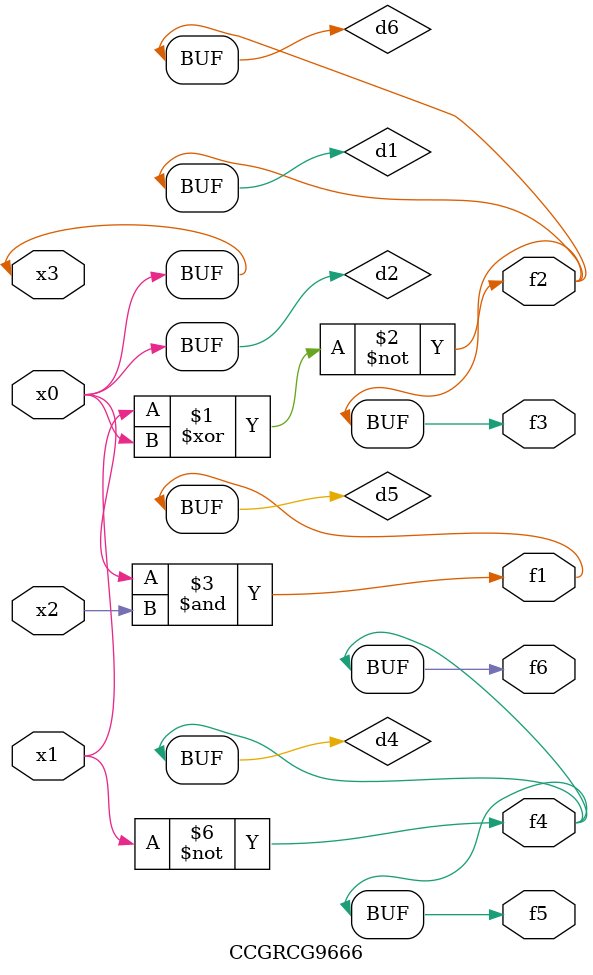
<source format=v>
module CCGRCG9666(
	input x0, x1, x2, x3,
	output f1, f2, f3, f4, f5, f6
);

	wire d1, d2, d3, d4, d5, d6;

	xnor (d1, x1, x3);
	buf (d2, x0, x3);
	nand (d3, x0, x2);
	not (d4, x1);
	nand (d5, d3);
	or (d6, d1);
	assign f1 = d5;
	assign f2 = d6;
	assign f3 = d6;
	assign f4 = d4;
	assign f5 = d4;
	assign f6 = d4;
endmodule

</source>
